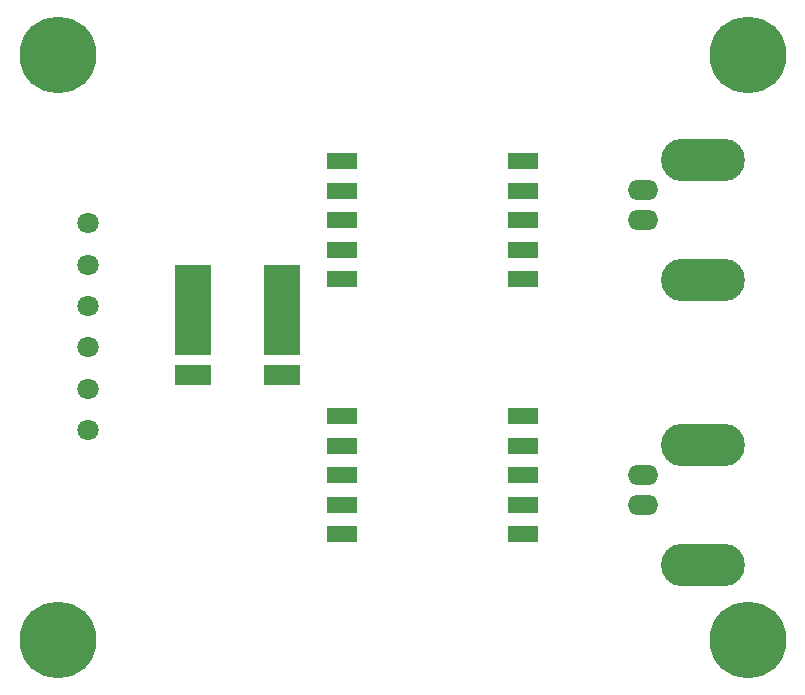
<source format=gbr>
%TF.GenerationSoftware,KiCad,Pcbnew,(5.1.6)-1*%
%TF.CreationDate,2020-09-14T11:12:27-07:00*%
%TF.ProjectId,awg-tx-shunt,6177672d-7478-42d7-9368-756e742e6b69,rev?*%
%TF.SameCoordinates,Original*%
%TF.FileFunction,Soldermask,Top*%
%TF.FilePolarity,Negative*%
%FSLAX46Y46*%
G04 Gerber Fmt 4.6, Leading zero omitted, Abs format (unit mm)*
G04 Created by KiCad (PCBNEW (5.1.6)-1) date 2020-09-14 11:12:27*
%MOMM*%
%LPD*%
G01*
G04 APERTURE LIST*
%ADD10C,0.900000*%
%ADD11C,6.500000*%
%ADD12R,3.046400X7.720000*%
%ADD13R,3.046400X1.776400*%
%ADD14C,1.801800*%
%ADD15O,2.600000X1.700000*%
%ADD16O,7.100000X3.600000*%
%ADD17R,2.640000X1.400000*%
G04 APERTURE END LIST*
D10*
%TO.C,H4*%
X140127056Y-127842944D03*
X138430000Y-127140000D03*
X136732944Y-127842944D03*
X136030000Y-129540000D03*
X136732944Y-131237056D03*
X138430000Y-131940000D03*
X140127056Y-131237056D03*
X140830000Y-129540000D03*
D11*
X138430000Y-129540000D03*
%TD*%
D10*
%TO.C,H3*%
X140127056Y-78312944D03*
X138430000Y-77610000D03*
X136732944Y-78312944D03*
X136030000Y-80010000D03*
X136732944Y-81707056D03*
X138430000Y-82410000D03*
X140127056Y-81707056D03*
X140830000Y-80010000D03*
D11*
X138430000Y-80010000D03*
%TD*%
D10*
%TO.C,H2*%
X81707056Y-127842944D03*
X80010000Y-127140000D03*
X78312944Y-127842944D03*
X77610000Y-129540000D03*
X78312944Y-131237056D03*
X80010000Y-131940000D03*
X81707056Y-131237056D03*
X82410000Y-129540000D03*
D11*
X80010000Y-129540000D03*
%TD*%
D10*
%TO.C,H1*%
X81707056Y-78312944D03*
X80010000Y-77610000D03*
X78312944Y-78312944D03*
X77610000Y-80010000D03*
X78312944Y-81707056D03*
X80010000Y-82410000D03*
X81707056Y-81707056D03*
X82410000Y-80010000D03*
D11*
X80010000Y-80010000D03*
%TD*%
D12*
%TO.C,R1*%
X91516200Y-101625400D03*
D13*
X91516200Y-107086400D03*
X98983800Y-107086400D03*
D12*
X98983800Y-101625400D03*
%TD*%
D14*
%TO.C,J1*%
X82550000Y-94259994D03*
X82550000Y-97759995D03*
X82550000Y-101259995D03*
X82550000Y-104759996D03*
X82550000Y-108259997D03*
X82550000Y-111760000D03*
%TD*%
D15*
%TO.C,J2*%
X129540000Y-91440000D03*
X129540000Y-93980000D03*
D16*
X134620000Y-99060000D03*
X134620000Y-88900000D03*
%TD*%
%TO.C,J3*%
X134620000Y-113030000D03*
X134620000Y-123190000D03*
D15*
X129540000Y-118110000D03*
X129540000Y-115570000D03*
%TD*%
D17*
%TO.C,L1*%
X104080000Y-88980000D03*
X104080000Y-91480000D03*
X104080000Y-93980000D03*
X104080000Y-96480000D03*
X104080000Y-98980000D03*
X119440000Y-98980000D03*
X119440000Y-96480000D03*
X119440000Y-93980000D03*
X119440000Y-91480000D03*
X119440000Y-88980000D03*
%TD*%
%TO.C,L2*%
X119440000Y-110570000D03*
X119440000Y-113070000D03*
X119440000Y-115570000D03*
X119440000Y-118070000D03*
X119440000Y-120570000D03*
X104080000Y-120570000D03*
X104080000Y-118070000D03*
X104080000Y-115570000D03*
X104080000Y-113070000D03*
X104080000Y-110570000D03*
%TD*%
M02*

</source>
